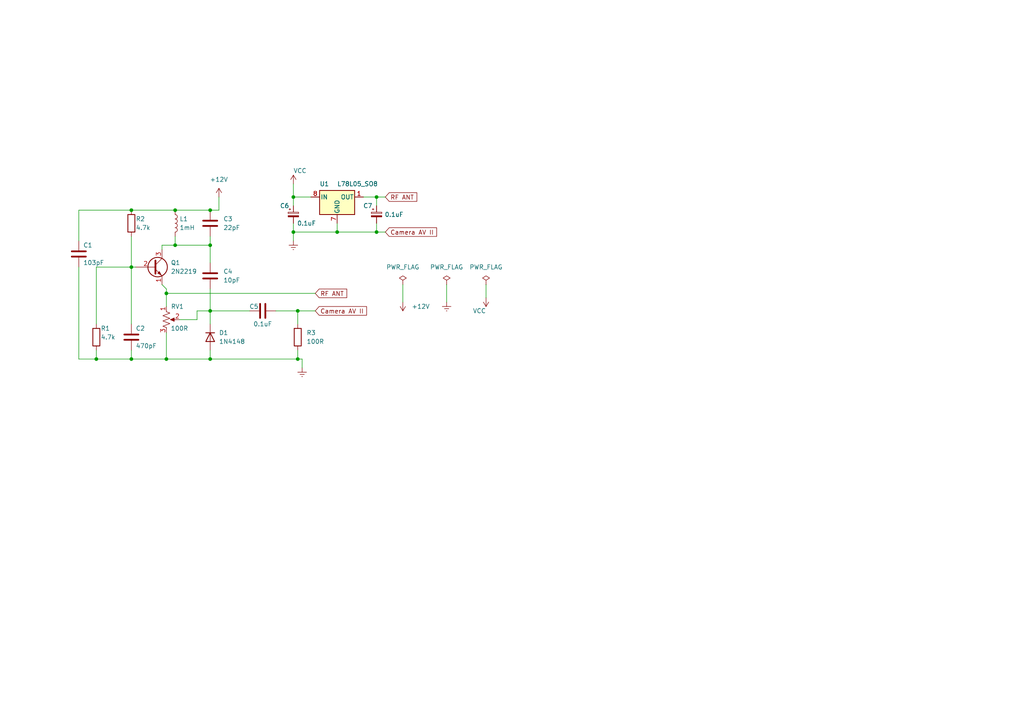
<source format=kicad_sch>
(kicad_sch (version 20211123) (generator eeschema)

  (uuid 3d2d8e4d-e1b3-4b85-9e2d-26cdd31e5282)

  (paper "A4")

  (lib_symbols
    (symbol "Device:C" (pin_numbers hide) (pin_names (offset 0.254)) (in_bom yes) (on_board yes)
      (property "Reference" "C" (id 0) (at 0.635 2.54 0)
        (effects (font (size 1.27 1.27)) (justify left))
      )
      (property "Value" "C" (id 1) (at 0.635 -2.54 0)
        (effects (font (size 1.27 1.27)) (justify left))
      )
      (property "Footprint" "" (id 2) (at 0.9652 -3.81 0)
        (effects (font (size 1.27 1.27)) hide)
      )
      (property "Datasheet" "~" (id 3) (at 0 0 0)
        (effects (font (size 1.27 1.27)) hide)
      )
      (property "ki_keywords" "cap capacitor" (id 4) (at 0 0 0)
        (effects (font (size 1.27 1.27)) hide)
      )
      (property "ki_description" "Unpolarized capacitor" (id 5) (at 0 0 0)
        (effects (font (size 1.27 1.27)) hide)
      )
      (property "ki_fp_filters" "C_*" (id 6) (at 0 0 0)
        (effects (font (size 1.27 1.27)) hide)
      )
      (symbol "C_0_1"
        (polyline
          (pts
            (xy -2.032 -0.762)
            (xy 2.032 -0.762)
          )
          (stroke (width 0.508) (type default) (color 0 0 0 0))
          (fill (type none))
        )
        (polyline
          (pts
            (xy -2.032 0.762)
            (xy 2.032 0.762)
          )
          (stroke (width 0.508) (type default) (color 0 0 0 0))
          (fill (type none))
        )
      )
      (symbol "C_1_1"
        (pin passive line (at 0 3.81 270) (length 2.794)
          (name "~" (effects (font (size 1.27 1.27))))
          (number "1" (effects (font (size 1.27 1.27))))
        )
        (pin passive line (at 0 -3.81 90) (length 2.794)
          (name "~" (effects (font (size 1.27 1.27))))
          (number "2" (effects (font (size 1.27 1.27))))
        )
      )
    )
    (symbol "Device:C_Polarized_Small" (pin_numbers hide) (pin_names (offset 0.254) hide) (in_bom yes) (on_board yes)
      (property "Reference" "C" (id 0) (at 0.254 1.778 0)
        (effects (font (size 1.27 1.27)) (justify left))
      )
      (property "Value" "C_Polarized_Small" (id 1) (at 0.254 -2.032 0)
        (effects (font (size 1.27 1.27)) (justify left))
      )
      (property "Footprint" "" (id 2) (at 0 0 0)
        (effects (font (size 1.27 1.27)) hide)
      )
      (property "Datasheet" "~" (id 3) (at 0 0 0)
        (effects (font (size 1.27 1.27)) hide)
      )
      (property "ki_keywords" "cap capacitor" (id 4) (at 0 0 0)
        (effects (font (size 1.27 1.27)) hide)
      )
      (property "ki_description" "Polarized capacitor, small symbol" (id 5) (at 0 0 0)
        (effects (font (size 1.27 1.27)) hide)
      )
      (property "ki_fp_filters" "CP_*" (id 6) (at 0 0 0)
        (effects (font (size 1.27 1.27)) hide)
      )
      (symbol "C_Polarized_Small_0_1"
        (rectangle (start -1.524 -0.3048) (end 1.524 -0.6858)
          (stroke (width 0) (type default) (color 0 0 0 0))
          (fill (type outline))
        )
        (rectangle (start -1.524 0.6858) (end 1.524 0.3048)
          (stroke (width 0) (type default) (color 0 0 0 0))
          (fill (type none))
        )
        (polyline
          (pts
            (xy -1.27 1.524)
            (xy -0.762 1.524)
          )
          (stroke (width 0) (type default) (color 0 0 0 0))
          (fill (type none))
        )
        (polyline
          (pts
            (xy -1.016 1.27)
            (xy -1.016 1.778)
          )
          (stroke (width 0) (type default) (color 0 0 0 0))
          (fill (type none))
        )
      )
      (symbol "C_Polarized_Small_1_1"
        (pin passive line (at 0 2.54 270) (length 1.8542)
          (name "~" (effects (font (size 1.27 1.27))))
          (number "1" (effects (font (size 1.27 1.27))))
        )
        (pin passive line (at 0 -2.54 90) (length 1.8542)
          (name "~" (effects (font (size 1.27 1.27))))
          (number "2" (effects (font (size 1.27 1.27))))
        )
      )
    )
    (symbol "Device:L" (pin_numbers hide) (pin_names (offset 1.016) hide) (in_bom yes) (on_board yes)
      (property "Reference" "L" (id 0) (at -1.27 0 90)
        (effects (font (size 1.27 1.27)))
      )
      (property "Value" "L" (id 1) (at 1.905 0 90)
        (effects (font (size 1.27 1.27)))
      )
      (property "Footprint" "" (id 2) (at 0 0 0)
        (effects (font (size 1.27 1.27)) hide)
      )
      (property "Datasheet" "~" (id 3) (at 0 0 0)
        (effects (font (size 1.27 1.27)) hide)
      )
      (property "ki_keywords" "inductor choke coil reactor magnetic" (id 4) (at 0 0 0)
        (effects (font (size 1.27 1.27)) hide)
      )
      (property "ki_description" "Inductor" (id 5) (at 0 0 0)
        (effects (font (size 1.27 1.27)) hide)
      )
      (property "ki_fp_filters" "Choke_* *Coil* Inductor_* L_*" (id 6) (at 0 0 0)
        (effects (font (size 1.27 1.27)) hide)
      )
      (symbol "L_0_1"
        (arc (start 0 -2.54) (mid 0.635 -1.905) (end 0 -1.27)
          (stroke (width 0) (type default) (color 0 0 0 0))
          (fill (type none))
        )
        (arc (start 0 -1.27) (mid 0.635 -0.635) (end 0 0)
          (stroke (width 0) (type default) (color 0 0 0 0))
          (fill (type none))
        )
        (arc (start 0 0) (mid 0.635 0.635) (end 0 1.27)
          (stroke (width 0) (type default) (color 0 0 0 0))
          (fill (type none))
        )
        (arc (start 0 1.27) (mid 0.635 1.905) (end 0 2.54)
          (stroke (width 0) (type default) (color 0 0 0 0))
          (fill (type none))
        )
      )
      (symbol "L_1_1"
        (pin passive line (at 0 3.81 270) (length 1.27)
          (name "1" (effects (font (size 1.27 1.27))))
          (number "1" (effects (font (size 1.27 1.27))))
        )
        (pin passive line (at 0 -3.81 90) (length 1.27)
          (name "2" (effects (font (size 1.27 1.27))))
          (number "2" (effects (font (size 1.27 1.27))))
        )
      )
    )
    (symbol "Device:R" (pin_numbers hide) (pin_names (offset 0)) (in_bom yes) (on_board yes)
      (property "Reference" "R" (id 0) (at 2.032 0 90)
        (effects (font (size 1.27 1.27)))
      )
      (property "Value" "R" (id 1) (at 0 0 90)
        (effects (font (size 1.27 1.27)))
      )
      (property "Footprint" "" (id 2) (at -1.778 0 90)
        (effects (font (size 1.27 1.27)) hide)
      )
      (property "Datasheet" "~" (id 3) (at 0 0 0)
        (effects (font (size 1.27 1.27)) hide)
      )
      (property "ki_keywords" "R res resistor" (id 4) (at 0 0 0)
        (effects (font (size 1.27 1.27)) hide)
      )
      (property "ki_description" "Resistor" (id 5) (at 0 0 0)
        (effects (font (size 1.27 1.27)) hide)
      )
      (property "ki_fp_filters" "R_*" (id 6) (at 0 0 0)
        (effects (font (size 1.27 1.27)) hide)
      )
      (symbol "R_0_1"
        (rectangle (start -1.016 -2.54) (end 1.016 2.54)
          (stroke (width 0.254) (type default) (color 0 0 0 0))
          (fill (type none))
        )
      )
      (symbol "R_1_1"
        (pin passive line (at 0 3.81 270) (length 1.27)
          (name "~" (effects (font (size 1.27 1.27))))
          (number "1" (effects (font (size 1.27 1.27))))
        )
        (pin passive line (at 0 -3.81 90) (length 1.27)
          (name "~" (effects (font (size 1.27 1.27))))
          (number "2" (effects (font (size 1.27 1.27))))
        )
      )
    )
    (symbol "Device:R_Potentiometer_US" (pin_names (offset 1.016) hide) (in_bom yes) (on_board yes)
      (property "Reference" "RV" (id 0) (at -4.445 0 90)
        (effects (font (size 1.27 1.27)))
      )
      (property "Value" "R_Potentiometer_US" (id 1) (at -2.54 0 90)
        (effects (font (size 1.27 1.27)))
      )
      (property "Footprint" "" (id 2) (at 0 0 0)
        (effects (font (size 1.27 1.27)) hide)
      )
      (property "Datasheet" "~" (id 3) (at 0 0 0)
        (effects (font (size 1.27 1.27)) hide)
      )
      (property "ki_keywords" "resistor variable" (id 4) (at 0 0 0)
        (effects (font (size 1.27 1.27)) hide)
      )
      (property "ki_description" "Potentiometer, US symbol" (id 5) (at 0 0 0)
        (effects (font (size 1.27 1.27)) hide)
      )
      (property "ki_fp_filters" "Potentiometer*" (id 6) (at 0 0 0)
        (effects (font (size 1.27 1.27)) hide)
      )
      (symbol "R_Potentiometer_US_0_1"
        (polyline
          (pts
            (xy 0 -2.286)
            (xy 0 -2.54)
          )
          (stroke (width 0) (type default) (color 0 0 0 0))
          (fill (type none))
        )
        (polyline
          (pts
            (xy 0 2.54)
            (xy 0 2.286)
          )
          (stroke (width 0) (type default) (color 0 0 0 0))
          (fill (type none))
        )
        (polyline
          (pts
            (xy 2.54 0)
            (xy 1.524 0)
          )
          (stroke (width 0) (type default) (color 0 0 0 0))
          (fill (type none))
        )
        (polyline
          (pts
            (xy 1.143 0)
            (xy 2.286 0.508)
            (xy 2.286 -0.508)
            (xy 1.143 0)
          )
          (stroke (width 0) (type default) (color 0 0 0 0))
          (fill (type outline))
        )
        (polyline
          (pts
            (xy 0 -0.762)
            (xy 1.016 -1.143)
            (xy 0 -1.524)
            (xy -1.016 -1.905)
            (xy 0 -2.286)
          )
          (stroke (width 0) (type default) (color 0 0 0 0))
          (fill (type none))
        )
        (polyline
          (pts
            (xy 0 0.762)
            (xy 1.016 0.381)
            (xy 0 0)
            (xy -1.016 -0.381)
            (xy 0 -0.762)
          )
          (stroke (width 0) (type default) (color 0 0 0 0))
          (fill (type none))
        )
        (polyline
          (pts
            (xy 0 2.286)
            (xy 1.016 1.905)
            (xy 0 1.524)
            (xy -1.016 1.143)
            (xy 0 0.762)
          )
          (stroke (width 0) (type default) (color 0 0 0 0))
          (fill (type none))
        )
      )
      (symbol "R_Potentiometer_US_1_1"
        (pin passive line (at 0 3.81 270) (length 1.27)
          (name "1" (effects (font (size 1.27 1.27))))
          (number "1" (effects (font (size 1.27 1.27))))
        )
        (pin passive line (at 3.81 0 180) (length 1.27)
          (name "2" (effects (font (size 1.27 1.27))))
          (number "2" (effects (font (size 1.27 1.27))))
        )
        (pin passive line (at 0 -3.81 90) (length 1.27)
          (name "3" (effects (font (size 1.27 1.27))))
          (number "3" (effects (font (size 1.27 1.27))))
        )
      )
    )
    (symbol "Diode:1N4148" (pin_numbers hide) (pin_names (offset 1.016) hide) (in_bom yes) (on_board yes)
      (property "Reference" "D" (id 0) (at 0 2.54 0)
        (effects (font (size 1.27 1.27)))
      )
      (property "Value" "1N4148" (id 1) (at 0 -2.54 0)
        (effects (font (size 1.27 1.27)))
      )
      (property "Footprint" "Diode_THT:D_DO-35_SOD27_P7.62mm_Horizontal" (id 2) (at 0 -4.445 0)
        (effects (font (size 1.27 1.27)) hide)
      )
      (property "Datasheet" "https://assets.nexperia.com/documents/data-sheet/1N4148_1N4448.pdf" (id 3) (at 0 0 0)
        (effects (font (size 1.27 1.27)) hide)
      )
      (property "ki_keywords" "diode" (id 4) (at 0 0 0)
        (effects (font (size 1.27 1.27)) hide)
      )
      (property "ki_description" "100V 0.15A standard switching diode, DO-35" (id 5) (at 0 0 0)
        (effects (font (size 1.27 1.27)) hide)
      )
      (property "ki_fp_filters" "D*DO?35*" (id 6) (at 0 0 0)
        (effects (font (size 1.27 1.27)) hide)
      )
      (symbol "1N4148_0_1"
        (polyline
          (pts
            (xy -1.27 1.27)
            (xy -1.27 -1.27)
          )
          (stroke (width 0.254) (type default) (color 0 0 0 0))
          (fill (type none))
        )
        (polyline
          (pts
            (xy 1.27 0)
            (xy -1.27 0)
          )
          (stroke (width 0) (type default) (color 0 0 0 0))
          (fill (type none))
        )
        (polyline
          (pts
            (xy 1.27 1.27)
            (xy 1.27 -1.27)
            (xy -1.27 0)
            (xy 1.27 1.27)
          )
          (stroke (width 0.254) (type default) (color 0 0 0 0))
          (fill (type none))
        )
      )
      (symbol "1N4148_1_1"
        (pin passive line (at -3.81 0 0) (length 2.54)
          (name "K" (effects (font (size 1.27 1.27))))
          (number "1" (effects (font (size 1.27 1.27))))
        )
        (pin passive line (at 3.81 0 180) (length 2.54)
          (name "A" (effects (font (size 1.27 1.27))))
          (number "2" (effects (font (size 1.27 1.27))))
        )
      )
    )
    (symbol "Regulator_Linear:L78L05_SO8" (pin_names (offset 0.254)) (in_bom yes) (on_board yes)
      (property "Reference" "U" (id 0) (at -3.81 3.175 0)
        (effects (font (size 1.27 1.27)))
      )
      (property "Value" "L78L05_SO8" (id 1) (at 0 3.175 0)
        (effects (font (size 1.27 1.27)) (justify left))
      )
      (property "Footprint" "Package_SO:SOIC-8_3.9x4.9mm_P1.27mm" (id 2) (at 2.54 5.08 0)
        (effects (font (size 1.27 1.27) italic) hide)
      )
      (property "Datasheet" "http://www.st.com/content/ccc/resource/technical/document/datasheet/15/55/e5/aa/23/5b/43/fd/CD00000446.pdf/files/CD00000446.pdf/jcr:content/translations/en.CD00000446.pdf" (id 3) (at 5.08 0 0)
        (effects (font (size 1.27 1.27)) hide)
      )
      (property "ki_keywords" "Voltage Regulator 100mA Positive" (id 4) (at 0 0 0)
        (effects (font (size 1.27 1.27)) hide)
      )
      (property "ki_description" "Positive 100mA 30V Linear Regulator, Fixed Output 5V, SO-8" (id 5) (at 0 0 0)
        (effects (font (size 1.27 1.27)) hide)
      )
      (property "ki_fp_filters" "SOIC*3.9x4.9mm*P1.27mm*" (id 6) (at 0 0 0)
        (effects (font (size 1.27 1.27)) hide)
      )
      (symbol "L78L05_SO8_0_1"
        (rectangle (start -5.08 1.905) (end 5.08 -5.08)
          (stroke (width 0.254) (type default) (color 0 0 0 0))
          (fill (type background))
        )
      )
      (symbol "L78L05_SO8_1_1"
        (pin power_out line (at 7.62 0 180) (length 2.54)
          (name "OUT" (effects (font (size 1.27 1.27))))
          (number "1" (effects (font (size 1.27 1.27))))
        )
        (pin passive line (at 0 -7.62 90) (length 2.54) hide
          (name "GND" (effects (font (size 1.27 1.27))))
          (number "2" (effects (font (size 1.27 1.27))))
        )
        (pin passive line (at 0 -7.62 90) (length 2.54) hide
          (name "GND" (effects (font (size 1.27 1.27))))
          (number "3" (effects (font (size 1.27 1.27))))
        )
        (pin no_connect line (at -5.08 -2.54 0) (length 2.54) hide
          (name "NC" (effects (font (size 1.27 1.27))))
          (number "4" (effects (font (size 1.27 1.27))))
        )
        (pin no_connect line (at 5.08 -2.54 180) (length 2.54) hide
          (name "NC" (effects (font (size 1.27 1.27))))
          (number "5" (effects (font (size 1.27 1.27))))
        )
        (pin passive line (at 0 -7.62 90) (length 2.54) hide
          (name "GND" (effects (font (size 1.27 1.27))))
          (number "6" (effects (font (size 1.27 1.27))))
        )
        (pin power_in line (at 0 -7.62 90) (length 2.54)
          (name "GND" (effects (font (size 1.27 1.27))))
          (number "7" (effects (font (size 1.27 1.27))))
        )
        (pin power_in line (at -7.62 0 0) (length 2.54)
          (name "IN" (effects (font (size 1.27 1.27))))
          (number "8" (effects (font (size 1.27 1.27))))
        )
      )
    )
    (symbol "Transistor_BJT:2N2219" (pin_names (offset 0) hide) (in_bom yes) (on_board yes)
      (property "Reference" "Q" (id 0) (at 5.08 1.905 0)
        (effects (font (size 1.27 1.27)) (justify left))
      )
      (property "Value" "2N2219" (id 1) (at 5.08 0 0)
        (effects (font (size 1.27 1.27)) (justify left))
      )
      (property "Footprint" "Package_TO_SOT_THT:TO-39-3" (id 2) (at 5.08 -1.905 0)
        (effects (font (size 1.27 1.27) italic) (justify left) hide)
      )
      (property "Datasheet" "http://www.onsemi.com/pub_link/Collateral/2N2219-D.PDF" (id 3) (at 0 0 0)
        (effects (font (size 1.27 1.27)) (justify left) hide)
      )
      (property "ki_keywords" "NPN Transistor" (id 4) (at 0 0 0)
        (effects (font (size 1.27 1.27)) hide)
      )
      (property "ki_description" "800mA Ic, 50V Vce, NPN Transistor, TO-39" (id 5) (at 0 0 0)
        (effects (font (size 1.27 1.27)) hide)
      )
      (property "ki_fp_filters" "TO?39*" (id 6) (at 0 0 0)
        (effects (font (size 1.27 1.27)) hide)
      )
      (symbol "2N2219_0_1"
        (polyline
          (pts
            (xy 0.635 0.635)
            (xy 2.54 2.54)
          )
          (stroke (width 0) (type default) (color 0 0 0 0))
          (fill (type none))
        )
        (polyline
          (pts
            (xy 0.635 -0.635)
            (xy 2.54 -2.54)
            (xy 2.54 -2.54)
          )
          (stroke (width 0) (type default) (color 0 0 0 0))
          (fill (type none))
        )
        (polyline
          (pts
            (xy 0.635 1.905)
            (xy 0.635 -1.905)
            (xy 0.635 -1.905)
          )
          (stroke (width 0.508) (type default) (color 0 0 0 0))
          (fill (type none))
        )
        (polyline
          (pts
            (xy 1.27 -1.778)
            (xy 1.778 -1.27)
            (xy 2.286 -2.286)
            (xy 1.27 -1.778)
            (xy 1.27 -1.778)
          )
          (stroke (width 0) (type default) (color 0 0 0 0))
          (fill (type outline))
        )
        (circle (center 1.27 0) (radius 2.8194)
          (stroke (width 0.254) (type default) (color 0 0 0 0))
          (fill (type none))
        )
      )
      (symbol "2N2219_1_1"
        (pin passive line (at 2.54 -5.08 90) (length 2.54)
          (name "E" (effects (font (size 1.27 1.27))))
          (number "1" (effects (font (size 1.27 1.27))))
        )
        (pin passive line (at -5.08 0 0) (length 5.715)
          (name "B" (effects (font (size 1.27 1.27))))
          (number "2" (effects (font (size 1.27 1.27))))
        )
        (pin passive line (at 2.54 5.08 270) (length 2.54)
          (name "C" (effects (font (size 1.27 1.27))))
          (number "3" (effects (font (size 1.27 1.27))))
        )
      )
    )
    (symbol "power:+12V" (power) (pin_names (offset 0)) (in_bom yes) (on_board yes)
      (property "Reference" "#PWR" (id 0) (at 0 -3.81 0)
        (effects (font (size 1.27 1.27)) hide)
      )
      (property "Value" "+12V" (id 1) (at 0 3.556 0)
        (effects (font (size 1.27 1.27)))
      )
      (property "Footprint" "" (id 2) (at 0 0 0)
        (effects (font (size 1.27 1.27)) hide)
      )
      (property "Datasheet" "" (id 3) (at 0 0 0)
        (effects (font (size 1.27 1.27)) hide)
      )
      (property "ki_keywords" "power-flag" (id 4) (at 0 0 0)
        (effects (font (size 1.27 1.27)) hide)
      )
      (property "ki_description" "Power symbol creates a global label with name \"+12V\"" (id 5) (at 0 0 0)
        (effects (font (size 1.27 1.27)) hide)
      )
      (symbol "+12V_0_1"
        (polyline
          (pts
            (xy -0.762 1.27)
            (xy 0 2.54)
          )
          (stroke (width 0) (type default) (color 0 0 0 0))
          (fill (type none))
        )
        (polyline
          (pts
            (xy 0 0)
            (xy 0 2.54)
          )
          (stroke (width 0) (type default) (color 0 0 0 0))
          (fill (type none))
        )
        (polyline
          (pts
            (xy 0 2.54)
            (xy 0.762 1.27)
          )
          (stroke (width 0) (type default) (color 0 0 0 0))
          (fill (type none))
        )
      )
      (symbol "+12V_1_1"
        (pin power_in line (at 0 0 90) (length 0) hide
          (name "+12V" (effects (font (size 1.27 1.27))))
          (number "1" (effects (font (size 1.27 1.27))))
        )
      )
    )
    (symbol "power:Earth" (power) (pin_names (offset 0)) (in_bom yes) (on_board yes)
      (property "Reference" "#PWR" (id 0) (at 0 -6.35 0)
        (effects (font (size 1.27 1.27)) hide)
      )
      (property "Value" "Earth" (id 1) (at 0 -3.81 0)
        (effects (font (size 1.27 1.27)) hide)
      )
      (property "Footprint" "" (id 2) (at 0 0 0)
        (effects (font (size 1.27 1.27)) hide)
      )
      (property "Datasheet" "~" (id 3) (at 0 0 0)
        (effects (font (size 1.27 1.27)) hide)
      )
      (property "ki_keywords" "power-flag ground gnd" (id 4) (at 0 0 0)
        (effects (font (size 1.27 1.27)) hide)
      )
      (property "ki_description" "Power symbol creates a global label with name \"Earth\"" (id 5) (at 0 0 0)
        (effects (font (size 1.27 1.27)) hide)
      )
      (symbol "Earth_0_1"
        (polyline
          (pts
            (xy -0.635 -1.905)
            (xy 0.635 -1.905)
          )
          (stroke (width 0) (type default) (color 0 0 0 0))
          (fill (type none))
        )
        (polyline
          (pts
            (xy -0.127 -2.54)
            (xy 0.127 -2.54)
          )
          (stroke (width 0) (type default) (color 0 0 0 0))
          (fill (type none))
        )
        (polyline
          (pts
            (xy 0 -1.27)
            (xy 0 0)
          )
          (stroke (width 0) (type default) (color 0 0 0 0))
          (fill (type none))
        )
        (polyline
          (pts
            (xy 1.27 -1.27)
            (xy -1.27 -1.27)
          )
          (stroke (width 0) (type default) (color 0 0 0 0))
          (fill (type none))
        )
      )
      (symbol "Earth_1_1"
        (pin power_in line (at 0 0 270) (length 0) hide
          (name "Earth" (effects (font (size 1.27 1.27))))
          (number "1" (effects (font (size 1.27 1.27))))
        )
      )
    )
    (symbol "power:PWR_FLAG" (power) (pin_numbers hide) (pin_names (offset 0) hide) (in_bom yes) (on_board yes)
      (property "Reference" "#FLG" (id 0) (at 0 1.905 0)
        (effects (font (size 1.27 1.27)) hide)
      )
      (property "Value" "PWR_FLAG" (id 1) (at 0 3.81 0)
        (effects (font (size 1.27 1.27)))
      )
      (property "Footprint" "" (id 2) (at 0 0 0)
        (effects (font (size 1.27 1.27)) hide)
      )
      (property "Datasheet" "~" (id 3) (at 0 0 0)
        (effects (font (size 1.27 1.27)) hide)
      )
      (property "ki_keywords" "power-flag" (id 4) (at 0 0 0)
        (effects (font (size 1.27 1.27)) hide)
      )
      (property "ki_description" "Special symbol for telling ERC where power comes from" (id 5) (at 0 0 0)
        (effects (font (size 1.27 1.27)) hide)
      )
      (symbol "PWR_FLAG_0_0"
        (pin power_out line (at 0 0 90) (length 0)
          (name "pwr" (effects (font (size 1.27 1.27))))
          (number "1" (effects (font (size 1.27 1.27))))
        )
      )
      (symbol "PWR_FLAG_0_1"
        (polyline
          (pts
            (xy 0 0)
            (xy 0 1.27)
            (xy -1.016 1.905)
            (xy 0 2.54)
            (xy 1.016 1.905)
            (xy 0 1.27)
          )
          (stroke (width 0) (type default) (color 0 0 0 0))
          (fill (type none))
        )
      )
    )
    (symbol "power:VCC" (power) (pin_names (offset 0)) (in_bom yes) (on_board yes)
      (property "Reference" "#PWR" (id 0) (at 0 -3.81 0)
        (effects (font (size 1.27 1.27)) hide)
      )
      (property "Value" "VCC" (id 1) (at 0 3.81 0)
        (effects (font (size 1.27 1.27)))
      )
      (property "Footprint" "" (id 2) (at 0 0 0)
        (effects (font (size 1.27 1.27)) hide)
      )
      (property "Datasheet" "" (id 3) (at 0 0 0)
        (effects (font (size 1.27 1.27)) hide)
      )
      (property "ki_keywords" "power-flag" (id 4) (at 0 0 0)
        (effects (font (size 1.27 1.27)) hide)
      )
      (property "ki_description" "Power symbol creates a global label with name \"VCC\"" (id 5) (at 0 0 0)
        (effects (font (size 1.27 1.27)) hide)
      )
      (symbol "VCC_0_1"
        (polyline
          (pts
            (xy -0.762 1.27)
            (xy 0 2.54)
          )
          (stroke (width 0) (type default) (color 0 0 0 0))
          (fill (type none))
        )
        (polyline
          (pts
            (xy 0 0)
            (xy 0 2.54)
          )
          (stroke (width 0) (type default) (color 0 0 0 0))
          (fill (type none))
        )
        (polyline
          (pts
            (xy 0 2.54)
            (xy 0.762 1.27)
          )
          (stroke (width 0) (type default) (color 0 0 0 0))
          (fill (type none))
        )
      )
      (symbol "VCC_1_1"
        (pin power_in line (at 0 0 90) (length 0) hide
          (name "VCC" (effects (font (size 1.27 1.27))))
          (number "1" (effects (font (size 1.27 1.27))))
        )
      )
    )
  )

  (junction (at 50.8 71.12) (diameter 0) (color 0 0 0 0)
    (uuid 0564dd0e-1f6c-45df-946b-4e6155af0459)
  )
  (junction (at 97.79 67.31) (diameter 0) (color 0 0 0 0)
    (uuid 142b2656-3a57-41de-8bb4-e67ee71eaa67)
  )
  (junction (at 60.96 71.12) (diameter 0) (color 0 0 0 0)
    (uuid 1a477616-a7fe-4730-9783-a86ca83362c4)
  )
  (junction (at 60.96 60.96) (diameter 0) (color 0 0 0 0)
    (uuid 21505104-0545-4380-b734-c067ad16f72e)
  )
  (junction (at 48.26 85.09) (diameter 0) (color 0 0 0 0)
    (uuid 2478a323-f8ff-4cda-b67e-be5ab501afe4)
  )
  (junction (at 60.96 104.14) (diameter 0) (color 0 0 0 0)
    (uuid 2fbc1aef-6cb4-46a4-8952-6d43b7ef0eca)
  )
  (junction (at 86.36 104.14) (diameter 0) (color 0 0 0 0)
    (uuid 318d635e-d45a-44ff-a6ce-868d009df1a6)
  )
  (junction (at 38.1 60.96) (diameter 0) (color 0 0 0 0)
    (uuid 33b477df-1b30-4b5d-ad0f-1c13ef1c9c7b)
  )
  (junction (at 27.94 104.14) (diameter 0) (color 0 0 0 0)
    (uuid 392b3561-6df8-4ad1-8e61-94f610ee9732)
  )
  (junction (at 50.8 60.96) (diameter 0) (color 0 0 0 0)
    (uuid 400a10cf-b526-4629-8606-7254826ca6a9)
  )
  (junction (at 86.36 90.17) (diameter 0) (color 0 0 0 0)
    (uuid 8f5d4e11-7e41-4877-9738-6eadedfb302f)
  )
  (junction (at 48.26 104.14) (diameter 0) (color 0 0 0 0)
    (uuid 8f7d8d9c-5f12-43b5-b6a0-ac7745c4c1c6)
  )
  (junction (at 38.1 77.47) (diameter 0) (color 0 0 0 0)
    (uuid a54d3843-e52a-4c79-b359-07c655d82859)
  )
  (junction (at 38.1 104.14) (diameter 0) (color 0 0 0 0)
    (uuid b5b7b11f-7a87-4dd0-9837-fd89608e537a)
  )
  (junction (at 85.09 57.15) (diameter 0) (color 0 0 0 0)
    (uuid babfa5d4-9089-4d5b-a4d0-c1a293eb9d33)
  )
  (junction (at 85.09 67.31) (diameter 0) (color 0 0 0 0)
    (uuid c832055a-a6bc-4528-b144-5ed8d898eb44)
  )
  (junction (at 60.96 90.17) (diameter 0) (color 0 0 0 0)
    (uuid dff1c617-ba60-47a0-a274-0c5f1e0ce246)
  )
  (junction (at 109.22 67.31) (diameter 0) (color 0 0 0 0)
    (uuid e9bb7cb0-046d-4f81-b4d7-584972a1730d)
  )
  (junction (at 109.22 57.15) (diameter 0) (color 0 0 0 0)
    (uuid ef71544b-ee7e-4f82-a1a8-53f3147553ea)
  )

  (wire (pts (xy 38.1 77.47) (xy 39.37 77.47))
    (stroke (width 0) (type default) (color 0 0 0 0))
    (uuid 03aad412-5214-4894-9c0c-530aaf2f2941)
  )
  (wire (pts (xy 22.86 104.14) (xy 27.94 104.14))
    (stroke (width 0) (type default) (color 0 0 0 0))
    (uuid 0bdaa5dc-ad05-4df0-81a7-74df3f59e003)
  )
  (wire (pts (xy 87.63 104.14) (xy 86.36 104.14))
    (stroke (width 0) (type default) (color 0 0 0 0))
    (uuid 0e458b5a-eba9-42ce-a12f-1a4e8a3f923e)
  )
  (wire (pts (xy 50.8 71.12) (xy 46.99 71.12))
    (stroke (width 0) (type default) (color 0 0 0 0))
    (uuid 0e5b9c86-3889-4dc8-b769-66fb3268d0dc)
  )
  (wire (pts (xy 50.8 60.96) (xy 60.96 60.96))
    (stroke (width 0) (type default) (color 0 0 0 0))
    (uuid 100d743b-18c4-4300-8bcb-fa3d69ae9265)
  )
  (wire (pts (xy 48.26 83.82) (xy 48.26 85.09))
    (stroke (width 0) (type default) (color 0 0 0 0))
    (uuid 14118986-b4b7-4cdf-9eab-33be21eb53c1)
  )
  (wire (pts (xy 57.15 92.71) (xy 57.15 90.17))
    (stroke (width 0) (type default) (color 0 0 0 0))
    (uuid 17356001-1e97-4762-bdd9-94c2e73d9786)
  )
  (wire (pts (xy 87.63 106.68) (xy 87.63 104.14))
    (stroke (width 0) (type default) (color 0 0 0 0))
    (uuid 214f3504-39c6-48d2-84d7-5f2cdfc66e51)
  )
  (wire (pts (xy 85.09 67.31) (xy 85.09 64.77))
    (stroke (width 0) (type default) (color 0 0 0 0))
    (uuid 2624f877-8d83-4e92-a176-f763ff29d53b)
  )
  (wire (pts (xy 50.8 71.12) (xy 50.8 68.58))
    (stroke (width 0) (type default) (color 0 0 0 0))
    (uuid 2a7d122c-e572-4783-b09b-790ad6890a52)
  )
  (wire (pts (xy 63.5 57.15) (xy 63.5 60.96))
    (stroke (width 0) (type default) (color 0 0 0 0))
    (uuid 2fbc1952-cd29-4391-bcc5-0fe449dca47d)
  )
  (wire (pts (xy 85.09 57.15) (xy 85.09 53.34))
    (stroke (width 0) (type default) (color 0 0 0 0))
    (uuid 3456bc8c-da76-4766-ad96-7074b4f3e4cc)
  )
  (wire (pts (xy 90.17 57.15) (xy 85.09 57.15))
    (stroke (width 0) (type default) (color 0 0 0 0))
    (uuid 38ee2930-5461-48de-b1a8-c7c655e87d46)
  )
  (wire (pts (xy 60.96 71.12) (xy 60.96 76.2))
    (stroke (width 0) (type default) (color 0 0 0 0))
    (uuid 3b0eea70-099d-4590-9a44-d1027b650e50)
  )
  (wire (pts (xy 48.26 85.09) (xy 91.44 85.09))
    (stroke (width 0) (type default) (color 0 0 0 0))
    (uuid 456094eb-f707-4f36-9737-dca21f5c89a4)
  )
  (wire (pts (xy 85.09 59.69) (xy 85.09 57.15))
    (stroke (width 0) (type default) (color 0 0 0 0))
    (uuid 495e9b3e-c27d-4cf2-ab99-5cf3946bcbb4)
  )
  (wire (pts (xy 60.96 68.58) (xy 60.96 71.12))
    (stroke (width 0) (type default) (color 0 0 0 0))
    (uuid 4b244ea4-fb83-49d9-996a-790a2a29ad4f)
  )
  (wire (pts (xy 27.94 104.14) (xy 38.1 104.14))
    (stroke (width 0) (type default) (color 0 0 0 0))
    (uuid 4ea41f76-e3b8-4631-949a-ffca8896e70a)
  )
  (wire (pts (xy 22.86 77.47) (xy 22.86 104.14))
    (stroke (width 0) (type default) (color 0 0 0 0))
    (uuid 53bb1b09-fe84-4e94-aaeb-f2322fab2e03)
  )
  (wire (pts (xy 60.96 90.17) (xy 72.39 90.17))
    (stroke (width 0) (type default) (color 0 0 0 0))
    (uuid 5c4bfeb1-8959-4698-aeaf-f8c650e236b0)
  )
  (wire (pts (xy 60.96 83.82) (xy 60.96 90.17))
    (stroke (width 0) (type default) (color 0 0 0 0))
    (uuid 5e5e7333-92b1-4798-98f2-b82301400132)
  )
  (wire (pts (xy 27.94 101.6) (xy 27.94 104.14))
    (stroke (width 0) (type default) (color 0 0 0 0))
    (uuid 62d3ea51-6092-40e5-b28a-389243e405dd)
  )
  (wire (pts (xy 140.97 82.55) (xy 140.97 86.36))
    (stroke (width 0) (type default) (color 0 0 0 0))
    (uuid 62d73b4f-69de-4fe5-baf4-70ef4471a2e7)
  )
  (wire (pts (xy 109.22 67.31) (xy 111.76 67.31))
    (stroke (width 0) (type default) (color 0 0 0 0))
    (uuid 6440f1b2-390f-443a-979a-dd8c5e906c7c)
  )
  (wire (pts (xy 48.26 104.14) (xy 60.96 104.14))
    (stroke (width 0) (type default) (color 0 0 0 0))
    (uuid 65f06fa6-d6b3-4b50-a0e9-7df89fcc0d14)
  )
  (wire (pts (xy 38.1 93.98) (xy 38.1 77.47))
    (stroke (width 0) (type default) (color 0 0 0 0))
    (uuid 66624b1f-8b2c-4236-bec7-7533836361f1)
  )
  (wire (pts (xy 46.99 71.12) (xy 46.99 72.39))
    (stroke (width 0) (type default) (color 0 0 0 0))
    (uuid 67f00ff0-bcfb-4076-bbe2-97d9e5ec4301)
  )
  (wire (pts (xy 85.09 69.85) (xy 85.09 67.31))
    (stroke (width 0) (type default) (color 0 0 0 0))
    (uuid 68a2aced-91bc-4060-a0f9-523c3fd9da0e)
  )
  (wire (pts (xy 86.36 90.17) (xy 91.44 90.17))
    (stroke (width 0) (type default) (color 0 0 0 0))
    (uuid 6f14a2ec-99e4-4dc9-b148-8dc1f842c3b6)
  )
  (wire (pts (xy 27.94 77.47) (xy 38.1 77.47))
    (stroke (width 0) (type default) (color 0 0 0 0))
    (uuid 7612c17d-fd1c-42bd-9fdf-006f320711fa)
  )
  (wire (pts (xy 48.26 83.82) (xy 46.99 82.55))
    (stroke (width 0) (type default) (color 0 0 0 0))
    (uuid 7a7d885d-c3b1-4b71-8a2c-20bb5cfc0016)
  )
  (wire (pts (xy 60.96 101.6) (xy 60.96 104.14))
    (stroke (width 0) (type default) (color 0 0 0 0))
    (uuid 81e06671-f3b2-43d9-8439-e996c5cd1c56)
  )
  (wire (pts (xy 86.36 90.17) (xy 86.36 93.98))
    (stroke (width 0) (type default) (color 0 0 0 0))
    (uuid 82e9daee-2925-4dea-b2e9-51d68ed2ca15)
  )
  (wire (pts (xy 50.8 71.12) (xy 60.96 71.12))
    (stroke (width 0) (type default) (color 0 0 0 0))
    (uuid 86e0b7f0-6f78-4d1a-acfe-c15b6f694a91)
  )
  (wire (pts (xy 109.22 64.77) (xy 109.22 67.31))
    (stroke (width 0) (type default) (color 0 0 0 0))
    (uuid 8fdfb824-7a74-4b80-8be9-00ce4b81acf4)
  )
  (wire (pts (xy 22.86 60.96) (xy 38.1 60.96))
    (stroke (width 0) (type default) (color 0 0 0 0))
    (uuid 90b921bf-d234-4cee-adf7-31eaf2c8461a)
  )
  (wire (pts (xy 48.26 96.52) (xy 48.26 104.14))
    (stroke (width 0) (type default) (color 0 0 0 0))
    (uuid 91776a7e-7612-43fe-90b6-b462a68df22a)
  )
  (wire (pts (xy 22.86 69.85) (xy 22.86 60.96))
    (stroke (width 0) (type default) (color 0 0 0 0))
    (uuid 980100bc-fa0c-4f5c-8e18-8da298701373)
  )
  (wire (pts (xy 80.01 90.17) (xy 86.36 90.17))
    (stroke (width 0) (type default) (color 0 0 0 0))
    (uuid a55d6ee3-ae67-451b-81fa-09a1fe3db1da)
  )
  (wire (pts (xy 97.79 67.31) (xy 97.79 64.77))
    (stroke (width 0) (type default) (color 0 0 0 0))
    (uuid ac612d1a-6259-4e68-9c54-b7006318a144)
  )
  (wire (pts (xy 109.22 57.15) (xy 111.76 57.15))
    (stroke (width 0) (type default) (color 0 0 0 0))
    (uuid ade764f6-3af8-4b8f-a987-4436e9cb8ef7)
  )
  (wire (pts (xy 38.1 104.14) (xy 48.26 104.14))
    (stroke (width 0) (type default) (color 0 0 0 0))
    (uuid b5e1546c-f1e2-4ae8-9f18-0c4048270f96)
  )
  (wire (pts (xy 109.22 59.69) (xy 109.22 57.15))
    (stroke (width 0) (type default) (color 0 0 0 0))
    (uuid bdb3dc63-7101-41d5-b0f8-38050ec3ef07)
  )
  (wire (pts (xy 129.54 82.55) (xy 129.54 87.63))
    (stroke (width 0) (type default) (color 0 0 0 0))
    (uuid c4b33c88-e83c-412b-8e37-a075ccb8633d)
  )
  (wire (pts (xy 38.1 101.6) (xy 38.1 104.14))
    (stroke (width 0) (type default) (color 0 0 0 0))
    (uuid c92273ae-b8e7-4f3a-b9bb-7dac2679f6ff)
  )
  (wire (pts (xy 105.41 57.15) (xy 109.22 57.15))
    (stroke (width 0) (type default) (color 0 0 0 0))
    (uuid ce957d85-fdea-4896-9801-c8f3cb1d1069)
  )
  (wire (pts (xy 48.26 85.09) (xy 48.26 88.9))
    (stroke (width 0) (type default) (color 0 0 0 0))
    (uuid d2572086-95c7-4b54-920a-d33ebfba9f5a)
  )
  (wire (pts (xy 38.1 60.96) (xy 50.8 60.96))
    (stroke (width 0) (type default) (color 0 0 0 0))
    (uuid d4466022-44e3-45f1-af8d-336377889696)
  )
  (wire (pts (xy 97.79 67.31) (xy 109.22 67.31))
    (stroke (width 0) (type default) (color 0 0 0 0))
    (uuid d4a12c16-c185-4127-a56c-d7e1e3fdedd1)
  )
  (wire (pts (xy 52.07 92.71) (xy 57.15 92.71))
    (stroke (width 0) (type default) (color 0 0 0 0))
    (uuid d5cab5af-cc4e-495d-8c84-3b9a420bac2a)
  )
  (wire (pts (xy 27.94 93.98) (xy 27.94 77.47))
    (stroke (width 0) (type default) (color 0 0 0 0))
    (uuid df1c0eef-2a79-43a2-b888-887302fa930f)
  )
  (wire (pts (xy 116.84 82.55) (xy 116.84 87.63))
    (stroke (width 0) (type default) (color 0 0 0 0))
    (uuid edc3ed70-1952-4cb7-88b6-4ef5994fa765)
  )
  (wire (pts (xy 60.96 104.14) (xy 86.36 104.14))
    (stroke (width 0) (type default) (color 0 0 0 0))
    (uuid f44b67e5-4929-4b23-bbf2-c24059b2abb7)
  )
  (wire (pts (xy 38.1 68.58) (xy 38.1 77.47))
    (stroke (width 0) (type default) (color 0 0 0 0))
    (uuid f4e3a017-6907-479e-aef5-687fd45fa12c)
  )
  (wire (pts (xy 86.36 104.14) (xy 86.36 101.6))
    (stroke (width 0) (type default) (color 0 0 0 0))
    (uuid f6244329-8e52-47a4-8778-a2a702c72af2)
  )
  (wire (pts (xy 63.5 60.96) (xy 60.96 60.96))
    (stroke (width 0) (type default) (color 0 0 0 0))
    (uuid f6b2f48a-6d10-4957-8d72-c751de80c222)
  )
  (wire (pts (xy 85.09 67.31) (xy 97.79 67.31))
    (stroke (width 0) (type default) (color 0 0 0 0))
    (uuid fa59d837-1599-4a7c-a8f9-8197f2323f1a)
  )
  (wire (pts (xy 57.15 90.17) (xy 60.96 90.17))
    (stroke (width 0) (type default) (color 0 0 0 0))
    (uuid fc348ed6-c18c-467a-a08c-22ffe655793c)
  )
  (wire (pts (xy 60.96 90.17) (xy 60.96 93.98))
    (stroke (width 0) (type default) (color 0 0 0 0))
    (uuid ff24d560-0c0f-44e4-b66c-36ce00493dbf)
  )

  (global_label "RF ANT" (shape input) (at 111.76 57.15 0) (fields_autoplaced)
    (effects (font (size 1.27 1.27)) (justify left))
    (uuid 103e0b89-9b08-40e3-b426-d1c43780e398)
    (property "Intersheet References" "${INTERSHEET_REFS}" (id 0) (at 120.886 57.0706 0)
      (effects (font (size 1.27 1.27)) (justify left) hide)
    )
  )
  (global_label "Camera AV II" (shape input) (at 91.44 90.17 0) (fields_autoplaced)
    (effects (font (size 1.27 1.27)) (justify left))
    (uuid 2f8bf0d5-05f2-4276-b388-a86e0d076aca)
    (property "Intersheet References" "${INTERSHEET_REFS}" (id 0) (at 106.3112 90.0906 0)
      (effects (font (size 1.27 1.27)) (justify left) hide)
    )
  )
  (global_label "Camera AV II" (shape input) (at 111.76 67.31 0) (fields_autoplaced)
    (effects (font (size 1.27 1.27)) (justify left))
    (uuid b446568c-919d-4d75-8c62-41196967aecf)
    (property "Intersheet References" "${INTERSHEET_REFS}" (id 0) (at 126.6312 67.2306 0)
      (effects (font (size 1.27 1.27)) (justify left) hide)
    )
  )
  (global_label "RF ANT" (shape input) (at 91.44 85.09 0) (fields_autoplaced)
    (effects (font (size 1.27 1.27)) (justify left))
    (uuid f5ddf633-5a16-4623-ae8d-b7cc00b4a879)
    (property "Intersheet References" "${INTERSHEET_REFS}" (id 0) (at 100.566 85.0106 0)
      (effects (font (size 1.27 1.27)) (justify left) hide)
    )
  )

  (symbol (lib_id "Device:R") (at 86.36 97.79 0) (unit 1)
    (in_bom yes) (on_board yes) (fields_autoplaced)
    (uuid 06094c09-b28b-4c62-911f-4e0a0cccd483)
    (property "Reference" "R3" (id 0) (at 88.9 96.5199 0)
      (effects (font (size 1.27 1.27)) (justify left))
    )
    (property "Value" "100R" (id 1) (at 88.9 99.0599 0)
      (effects (font (size 1.27 1.27)) (justify left))
    )
    (property "Footprint" "Resistor_SMD:R_0805_2012Metric" (id 2) (at 84.582 97.79 90)
      (effects (font (size 1.27 1.27)) hide)
    )
    (property "Datasheet" "~" (id 3) (at 86.36 97.79 0)
      (effects (font (size 1.27 1.27)) hide)
    )
    (pin "1" (uuid c245ef2f-8c60-425f-9df6-98bfb86f5d7b))
    (pin "2" (uuid 14d3266e-d581-48d0-8264-89c81328bcd3))
  )

  (symbol (lib_id "Device:C_Polarized_Small") (at 85.09 62.23 0) (unit 1)
    (in_bom yes) (on_board yes)
    (uuid 15e82bd4-e2f0-49e2-b7d5-24daa5f96af0)
    (property "Reference" "C6" (id 0) (at 82.55 59.69 0))
    (property "Value" "0.1uF" (id 1) (at 88.9 64.77 0))
    (property "Footprint" "Capacitor_SMD:CP_Elec_3x5.3" (id 2) (at 85.09 62.23 0)
      (effects (font (size 1.27 1.27)) hide)
    )
    (property "Datasheet" "~" (id 3) (at 85.09 62.23 0)
      (effects (font (size 1.27 1.27)) hide)
    )
    (pin "1" (uuid 7672d991-2abd-4244-ba17-ad779cae6d42))
    (pin "2" (uuid b5e9a9f0-a411-4a3d-8e65-59e57105300c))
  )

  (symbol (lib_id "Device:C") (at 76.2 90.17 90) (unit 1)
    (in_bom yes) (on_board yes)
    (uuid 18707782-95e5-499f-8bb1-346dd50c02be)
    (property "Reference" "C5" (id 0) (at 73.66 88.9 90))
    (property "Value" "0.1uF" (id 1) (at 76.2 93.98 90))
    (property "Footprint" "Capacitor_SMD:CP_Elec_3x5.3" (id 2) (at 80.01 89.2048 0)
      (effects (font (size 1.27 1.27)) hide)
    )
    (property "Datasheet" "~" (id 3) (at 76.2 90.17 0)
      (effects (font (size 1.27 1.27)) hide)
    )
    (pin "1" (uuid 981dea29-58cd-4511-8b49-43c4c5b4580e))
    (pin "2" (uuid 7b77dcde-61f3-40f9-9e64-4151e261dad4))
  )

  (symbol (lib_id "Device:C") (at 60.96 80.01 0) (unit 1)
    (in_bom yes) (on_board yes) (fields_autoplaced)
    (uuid 1a51ebe4-144c-4166-b4f8-fc671b83baf9)
    (property "Reference" "C4" (id 0) (at 64.77 78.7399 0)
      (effects (font (size 1.27 1.27)) (justify left))
    )
    (property "Value" "10pF" (id 1) (at 64.77 81.2799 0)
      (effects (font (size 1.27 1.27)) (justify left))
    )
    (property "Footprint" "Capacitor_SMD:CP_Elec_3x5.3" (id 2) (at 61.9252 83.82 0)
      (effects (font (size 1.27 1.27)) hide)
    )
    (property "Datasheet" "~" (id 3) (at 60.96 80.01 0)
      (effects (font (size 1.27 1.27)) hide)
    )
    (pin "1" (uuid 3dafef6f-3d51-4d1a-8807-0549070b7df9))
    (pin "2" (uuid 1f4e1ef1-3c64-4c76-8914-73614fe5dff7))
  )

  (symbol (lib_id "Device:R_Potentiometer_US") (at 48.26 92.71 0) (unit 1)
    (in_bom yes) (on_board yes)
    (uuid 205d5d95-e552-4693-aaee-00cab593bc8f)
    (property "Reference" "RV1" (id 0) (at 53.34 88.9 0)
      (effects (font (size 1.27 1.27)) (justify right))
    )
    (property "Value" "100R" (id 1) (at 54.61 95.25 0)
      (effects (font (size 1.27 1.27)) (justify right))
    )
    (property "Footprint" "Potentiometer_SMD:Potentiometer_Bourns_3214G_Horizontal" (id 2) (at 48.26 92.71 0)
      (effects (font (size 1.27 1.27)) hide)
    )
    (property "Datasheet" "~" (id 3) (at 48.26 92.71 0)
      (effects (font (size 1.27 1.27)) hide)
    )
    (pin "1" (uuid 0b82c9fc-0a86-43e1-8937-f0c4de6af3f1))
    (pin "2" (uuid 8e774771-62b1-49c7-a027-b3212f6f82ce))
    (pin "3" (uuid d19e9cb1-129d-4c98-a24f-a479959825b9))
  )

  (symbol (lib_id "Device:C") (at 22.86 73.66 0) (unit 1)
    (in_bom yes) (on_board yes)
    (uuid 2cf34b7a-4ccb-44df-86d7-b7b55fbf603f)
    (property "Reference" "C1" (id 0) (at 24.13 71.12 0)
      (effects (font (size 1.27 1.27)) (justify left))
    )
    (property "Value" "103pF" (id 1) (at 24.13 76.2 0)
      (effects (font (size 1.27 1.27)) (justify left))
    )
    (property "Footprint" "Capacitor_SMD:CP_Elec_3x5.3" (id 2) (at 23.8252 77.47 0)
      (effects (font (size 1.27 1.27)) hide)
    )
    (property "Datasheet" "~" (id 3) (at 22.86 73.66 0)
      (effects (font (size 1.27 1.27)) hide)
    )
    (pin "1" (uuid 793102b3-7738-404b-b0d9-052af1cb32be))
    (pin "2" (uuid f0ef10f2-422d-4761-a79d-30eaa1274ec4))
  )

  (symbol (lib_id "Diode:1N4148") (at 60.96 97.79 270) (unit 1)
    (in_bom yes) (on_board yes) (fields_autoplaced)
    (uuid 2e96ace1-824f-4aa5-a727-e0ab4dfe2cef)
    (property "Reference" "D1" (id 0) (at 63.5 96.5199 90)
      (effects (font (size 1.27 1.27)) (justify left))
    )
    (property "Value" "1N4148" (id 1) (at 63.5 99.0599 90)
      (effects (font (size 1.27 1.27)) (justify left))
    )
    (property "Footprint" "Diode_THT:D_DO-35_SOD27_P7.62mm_Horizontal" (id 2) (at 56.515 97.79 0)
      (effects (font (size 1.27 1.27)) hide)
    )
    (property "Datasheet" "https://assets.nexperia.com/documents/data-sheet/1N4148_1N4448.pdf" (id 3) (at 60.96 97.79 0)
      (effects (font (size 1.27 1.27)) hide)
    )
    (pin "1" (uuid 9bb8e166-0798-434c-8b4c-d804ce8e3cfe))
    (pin "2" (uuid 52934dae-1d2d-4bf9-802e-90cf12333053))
  )

  (symbol (lib_id "power:Earth") (at 85.09 69.85 0) (unit 1)
    (in_bom yes) (on_board yes) (fields_autoplaced)
    (uuid 49c0ead1-653f-4ad1-921e-d2741a0c1ce6)
    (property "Reference" "#PWR03" (id 0) (at 85.09 76.2 0)
      (effects (font (size 1.27 1.27)) hide)
    )
    (property "Value" "Earth" (id 1) (at 85.09 73.66 0)
      (effects (font (size 1.27 1.27)) hide)
    )
    (property "Footprint" "" (id 2) (at 85.09 69.85 0)
      (effects (font (size 1.27 1.27)) hide)
    )
    (property "Datasheet" "~" (id 3) (at 85.09 69.85 0)
      (effects (font (size 1.27 1.27)) hide)
    )
    (pin "1" (uuid cc6cb223-2150-4278-94fc-0ca0f2faeec4))
  )

  (symbol (lib_id "power:PWR_FLAG") (at 116.84 82.55 0) (unit 1)
    (in_bom yes) (on_board yes) (fields_autoplaced)
    (uuid 593d078d-0d18-4c01-8490-0cc6df18bc25)
    (property "Reference" "#FLG0101" (id 0) (at 116.84 80.645 0)
      (effects (font (size 1.27 1.27)) hide)
    )
    (property "Value" "PWR_FLAG" (id 1) (at 116.84 77.47 0))
    (property "Footprint" "" (id 2) (at 116.84 82.55 0)
      (effects (font (size 1.27 1.27)) hide)
    )
    (property "Datasheet" "~" (id 3) (at 116.84 82.55 0)
      (effects (font (size 1.27 1.27)) hide)
    )
    (pin "1" (uuid 41945d0e-f865-4e8e-b786-56c29aef5363))
  )

  (symbol (lib_id "power:PWR_FLAG") (at 129.54 82.55 0) (unit 1)
    (in_bom yes) (on_board yes) (fields_autoplaced)
    (uuid 6dbf4dec-08a3-4db1-8825-054e7364321f)
    (property "Reference" "#FLG0102" (id 0) (at 129.54 80.645 0)
      (effects (font (size 1.27 1.27)) hide)
    )
    (property "Value" "PWR_FLAG" (id 1) (at 129.54 77.47 0))
    (property "Footprint" "" (id 2) (at 129.54 82.55 0)
      (effects (font (size 1.27 1.27)) hide)
    )
    (property "Datasheet" "~" (id 3) (at 129.54 82.55 0)
      (effects (font (size 1.27 1.27)) hide)
    )
    (pin "1" (uuid 39697f50-6677-4e75-82c2-69c1397d6f18))
  )

  (symbol (lib_id "power:VCC") (at 85.09 53.34 0) (unit 1)
    (in_bom yes) (on_board yes)
    (uuid 950d0b89-af10-4638-a8f0-29f0569b677b)
    (property "Reference" "#PWR02" (id 0) (at 85.09 57.15 0)
      (effects (font (size 1.27 1.27)) hide)
    )
    (property "Value" "VCC" (id 1) (at 85.0899 49.53 0)
      (effects (font (size 1.27 1.27)) (justify left))
    )
    (property "Footprint" "" (id 2) (at 85.09 53.34 0)
      (effects (font (size 1.27 1.27)) hide)
    )
    (property "Datasheet" "" (id 3) (at 85.09 53.34 0)
      (effects (font (size 1.27 1.27)) hide)
    )
    (pin "1" (uuid 60f43813-bcff-4412-8af0-58475acfa75b))
  )

  (symbol (lib_id "Regulator_Linear:L78L05_SO8") (at 97.79 57.15 0) (unit 1)
    (in_bom yes) (on_board yes)
    (uuid 96e78826-4352-45b3-a22a-00a6551e0b86)
    (property "Reference" "U1" (id 0) (at 92.71 53.34 0)
      (effects (font (size 1.27 1.27)) (justify left))
    )
    (property "Value" "L78L05_SO8" (id 1) (at 97.79 53.34 0)
      (effects (font (size 1.27 1.27)) (justify left))
    )
    (property "Footprint" "Package_SO:SOIC-8_3.9x4.9mm_P1.27mm" (id 2) (at 100.33 52.07 0)
      (effects (font (size 1.27 1.27) italic) hide)
    )
    (property "Datasheet" "http://www.st.com/content/ccc/resource/technical/document/datasheet/15/55/e5/aa/23/5b/43/fd/CD00000446.pdf/files/CD00000446.pdf/jcr:content/translations/en.CD00000446.pdf" (id 3) (at 102.87 57.15 0)
      (effects (font (size 1.27 1.27)) hide)
    )
    (pin "1" (uuid eb686f8f-6599-4740-b34f-afb9cd3fc888))
    (pin "2" (uuid ebadb805-3b2e-4ac0-bc4a-dd24ccd536bb))
    (pin "3" (uuid 0d437cd0-40b5-4f6d-bdda-77b7aabf5a84))
    (pin "4" (uuid 6e7326dc-6493-4161-ac98-2c37db22b6b2))
    (pin "5" (uuid 33b517af-44ce-47ae-ad1b-ccfd798170cd))
    (pin "6" (uuid 174efabc-b7f3-4449-929f-4677107a206a))
    (pin "7" (uuid 47b73fe5-0264-4880-a09b-137771762c33))
    (pin "8" (uuid 50374216-90eb-4a67-860b-a2096855b2cf))
  )

  (symbol (lib_id "Device:R") (at 38.1 64.77 0) (unit 1)
    (in_bom yes) (on_board yes)
    (uuid a31d86b5-cfae-4fc0-aa06-0bfa82374cd7)
    (property "Reference" "R2" (id 0) (at 39.37 63.5 0)
      (effects (font (size 1.27 1.27)) (justify left))
    )
    (property "Value" "4.7k" (id 1) (at 39.37 66.04 0)
      (effects (font (size 1.27 1.27)) (justify left))
    )
    (property "Footprint" "Resistor_SMD:R_0805_2012Metric" (id 2) (at 36.322 64.77 90)
      (effects (font (size 1.27 1.27)) hide)
    )
    (property "Datasheet" "~" (id 3) (at 38.1 64.77 0)
      (effects (font (size 1.27 1.27)) hide)
    )
    (pin "1" (uuid c3fc0251-6bed-4a4b-8905-f0604de18b49))
    (pin "2" (uuid 50a041ec-5809-4637-9ada-a20f10ec06b3))
  )

  (symbol (lib_id "power:VCC") (at 140.97 86.36 180) (unit 1)
    (in_bom yes) (on_board yes)
    (uuid a655af9a-e871-478c-920d-d748c2d2543f)
    (property "Reference" "#PWR0103" (id 0) (at 140.97 82.55 0)
      (effects (font (size 1.27 1.27)) hide)
    )
    (property "Value" "VCC" (id 1) (at 140.9701 90.17 0)
      (effects (font (size 1.27 1.27)) (justify left))
    )
    (property "Footprint" "" (id 2) (at 140.97 86.36 0)
      (effects (font (size 1.27 1.27)) hide)
    )
    (property "Datasheet" "" (id 3) (at 140.97 86.36 0)
      (effects (font (size 1.27 1.27)) hide)
    )
    (pin "1" (uuid 6b95fa1f-e568-48cf-ab2c-ae0fc82d22e1))
  )

  (symbol (lib_id "power:PWR_FLAG") (at 140.97 82.55 0) (unit 1)
    (in_bom yes) (on_board yes) (fields_autoplaced)
    (uuid b2135fd0-fce5-406e-9b50-9bc82cbcf2e4)
    (property "Reference" "#FLG0103" (id 0) (at 140.97 80.645 0)
      (effects (font (size 1.27 1.27)) hide)
    )
    (property "Value" "PWR_FLAG" (id 1) (at 140.97 77.47 0))
    (property "Footprint" "" (id 2) (at 140.97 82.55 0)
      (effects (font (size 1.27 1.27)) hide)
    )
    (property "Datasheet" "~" (id 3) (at 140.97 82.55 0)
      (effects (font (size 1.27 1.27)) hide)
    )
    (pin "1" (uuid adb4bdaf-30aa-4ae1-848a-d09f46fbb839))
  )

  (symbol (lib_id "Device:C_Polarized_Small") (at 109.22 62.23 0) (unit 1)
    (in_bom yes) (on_board yes)
    (uuid b9245566-8cb2-4bb3-a270-f83131b79800)
    (property "Reference" "C7" (id 0) (at 106.68 59.69 0))
    (property "Value" "0.1uF" (id 1) (at 114.3 62.23 0))
    (property "Footprint" "Capacitor_SMD:CP_Elec_3x5.3" (id 2) (at 109.22 62.23 0)
      (effects (font (size 1.27 1.27)) hide)
    )
    (property "Datasheet" "~" (id 3) (at 109.22 62.23 0)
      (effects (font (size 1.27 1.27)) hide)
    )
    (pin "1" (uuid 4725c236-603b-4c9b-aa99-a915bae7d05a))
    (pin "2" (uuid c7379923-5788-43f5-a525-fadf974a05d0))
  )

  (symbol (lib_id "Device:L") (at 50.8 64.77 0) (unit 1)
    (in_bom yes) (on_board yes) (fields_autoplaced)
    (uuid c2602ce9-9654-48c4-9065-1d175e5cee3b)
    (property "Reference" "L1" (id 0) (at 52.07 63.4999 0)
      (effects (font (size 1.27 1.27)) (justify left))
    )
    (property "Value" "1mH" (id 1) (at 52.07 66.0399 0)
      (effects (font (size 1.27 1.27)) (justify left))
    )
    (property "Footprint" "Inductor_SMD:L_6.3x6.3_H3" (id 2) (at 50.8 64.77 0)
      (effects (font (size 1.27 1.27)) hide)
    )
    (property "Datasheet" "~" (id 3) (at 50.8 64.77 0)
      (effects (font (size 1.27 1.27)) hide)
    )
    (pin "1" (uuid 1411b533-3e1c-4d36-aeda-7f67392ff7d9))
    (pin "2" (uuid ac9b5131-e16a-4048-b3b2-baf67934db5c))
  )

  (symbol (lib_id "Device:C") (at 38.1 97.79 0) (unit 1)
    (in_bom yes) (on_board yes)
    (uuid c85d0a6e-327e-4f77-8fff-d60a743340dd)
    (property "Reference" "C2" (id 0) (at 39.37 95.25 0)
      (effects (font (size 1.27 1.27)) (justify left))
    )
    (property "Value" "470pF" (id 1) (at 39.37 100.33 0)
      (effects (font (size 1.27 1.27)) (justify left))
    )
    (property "Footprint" "Capacitor_SMD:CP_Elec_3x5.3" (id 2) (at 39.0652 101.6 0)
      (effects (font (size 1.27 1.27)) hide)
    )
    (property "Datasheet" "~" (id 3) (at 38.1 97.79 0)
      (effects (font (size 1.27 1.27)) hide)
    )
    (pin "1" (uuid d72d2a4d-0958-41da-bca7-c3e43ae61be7))
    (pin "2" (uuid 434bbc65-2d5b-458e-9074-841c1ab4861b))
  )

  (symbol (lib_id "power:+12V") (at 116.84 87.63 180) (unit 1)
    (in_bom yes) (on_board yes) (fields_autoplaced)
    (uuid cc27c4a1-138e-4bcc-80e7-ddb55a598e99)
    (property "Reference" "#PWR0101" (id 0) (at 116.84 83.82 0)
      (effects (font (size 1.27 1.27)) hide)
    )
    (property "Value" "+12V" (id 1) (at 119.38 88.8999 0)
      (effects (font (size 1.27 1.27)) (justify right))
    )
    (property "Footprint" "" (id 2) (at 116.84 87.63 0)
      (effects (font (size 1.27 1.27)) hide)
    )
    (property "Datasheet" "" (id 3) (at 116.84 87.63 0)
      (effects (font (size 1.27 1.27)) hide)
    )
    (pin "1" (uuid 8a954e2d-f6e7-4bce-8813-06e062739818))
  )

  (symbol (lib_id "power:Earth") (at 87.63 106.68 0) (unit 1)
    (in_bom yes) (on_board yes) (fields_autoplaced)
    (uuid d04f2d9a-23f0-4709-b42d-910a42115301)
    (property "Reference" "#PWR04" (id 0) (at 87.63 113.03 0)
      (effects (font (size 1.27 1.27)) hide)
    )
    (property "Value" "Earth" (id 1) (at 87.63 110.49 0)
      (effects (font (size 1.27 1.27)) hide)
    )
    (property "Footprint" "" (id 2) (at 87.63 106.68 0)
      (effects (font (size 1.27 1.27)) hide)
    )
    (property "Datasheet" "~" (id 3) (at 87.63 106.68 0)
      (effects (font (size 1.27 1.27)) hide)
    )
    (pin "1" (uuid a03d5c2b-0f69-4aec-9950-312fad1d95c0))
  )

  (symbol (lib_id "Device:R") (at 27.94 97.79 0) (unit 1)
    (in_bom yes) (on_board yes)
    (uuid d0eedf09-7ea1-44b7-8ea2-be186671654b)
    (property "Reference" "R1" (id 0) (at 29.21 95.25 0)
      (effects (font (size 1.27 1.27)) (justify left))
    )
    (property "Value" "4.7k" (id 1) (at 29.21 97.79 0)
      (effects (font (size 1.27 1.27)) (justify left))
    )
    (property "Footprint" "Resistor_SMD:R_0805_2012Metric" (id 2) (at 26.162 97.79 90)
      (effects (font (size 1.27 1.27)) hide)
    )
    (property "Datasheet" "~" (id 3) (at 27.94 97.79 0)
      (effects (font (size 1.27 1.27)) hide)
    )
    (pin "1" (uuid 54984815-4f7e-4437-9a1d-42a47c4e25ca))
    (pin "2" (uuid 1c2ab024-b4fd-40c9-8538-2be945f554e3))
  )

  (symbol (lib_id "power:Earth") (at 129.54 87.63 0) (unit 1)
    (in_bom yes) (on_board yes) (fields_autoplaced)
    (uuid d18173ab-51d3-41f3-833c-3bf43cdadb04)
    (property "Reference" "#PWR0102" (id 0) (at 129.54 93.98 0)
      (effects (font (size 1.27 1.27)) hide)
    )
    (property "Value" "Earth" (id 1) (at 129.54 91.44 0)
      (effects (font (size 1.27 1.27)) hide)
    )
    (property "Footprint" "" (id 2) (at 129.54 87.63 0)
      (effects (font (size 1.27 1.27)) hide)
    )
    (property "Datasheet" "~" (id 3) (at 129.54 87.63 0)
      (effects (font (size 1.27 1.27)) hide)
    )
    (pin "1" (uuid a8d50b4d-36fd-4135-860b-80eeff2c4dd2))
  )

  (symbol (lib_id "Device:C") (at 60.96 64.77 0) (unit 1)
    (in_bom yes) (on_board yes) (fields_autoplaced)
    (uuid ead0c157-4e0b-4179-8b51-b96cc3fb1395)
    (property "Reference" "C3" (id 0) (at 64.77 63.4999 0)
      (effects (font (size 1.27 1.27)) (justify left))
    )
    (property "Value" "22pF" (id 1) (at 64.77 66.0399 0)
      (effects (font (size 1.27 1.27)) (justify left))
    )
    (property "Footprint" "Capacitor_SMD:CP_Elec_3x5.3" (id 2) (at 61.9252 68.58 0)
      (effects (font (size 1.27 1.27)) hide)
    )
    (property "Datasheet" "~" (id 3) (at 60.96 64.77 0)
      (effects (font (size 1.27 1.27)) hide)
    )
    (pin "1" (uuid 2546a10e-935d-40d8-8d05-c1fb316275b7))
    (pin "2" (uuid 183dcfb3-72f1-4956-afe1-fef1449469bf))
  )

  (symbol (lib_id "Transistor_BJT:2N2219") (at 44.45 77.47 0) (unit 1)
    (in_bom yes) (on_board yes) (fields_autoplaced)
    (uuid ed772934-8cad-481c-8f0e-3ef748092acf)
    (property "Reference" "Q1" (id 0) (at 49.53 76.1999 0)
      (effects (font (size 1.27 1.27)) (justify left))
    )
    (property "Value" "2N2219" (id 1) (at 49.53 78.7399 0)
      (effects (font (size 1.27 1.27)) (justify left))
    )
    (property "Footprint" "Package_TO_SOT_THT:TO-39-3" (id 2) (at 49.53 79.375 0)
      (effects (font (size 1.27 1.27) italic) (justify left) hide)
    )
    (property "Datasheet" "http://www.onsemi.com/pub_link/Collateral/2N2219-D.PDF" (id 3) (at 44.45 77.47 0)
      (effects (font (size 1.27 1.27)) (justify left) hide)
    )
    (pin "1" (uuid 4f191c85-b114-4207-a1cf-42c28e8135b0))
    (pin "2" (uuid 89b3b805-33e1-4f31-ad96-1f35819a9bcb))
    (pin "3" (uuid c6e9c9d4-9bcd-4b87-9933-4d0106d143f7))
  )

  (symbol (lib_id "power:+12V") (at 63.5 57.15 0) (unit 1)
    (in_bom yes) (on_board yes) (fields_autoplaced)
    (uuid f04ae3bb-bb6c-4413-8e5c-0eb1c9cf5a25)
    (property "Reference" "#PWR01" (id 0) (at 63.5 60.96 0)
      (effects (font (size 1.27 1.27)) hide)
    )
    (property "Value" "+12V" (id 1) (at 63.5 52.07 0))
    (property "Footprint" "" (id 2) (at 63.5 57.15 0)
      (effects (font (size 1.27 1.27)) hide)
    )
    (property "Datasheet" "" (id 3) (at 63.5 57.15 0)
      (effects (font (size 1.27 1.27)) hide)
    )
    (pin "1" (uuid d8661ee3-708d-4e54-894c-34d71dd95474))
  )

  (sheet_instances
    (path "/" (page "1"))
  )

  (symbol_instances
    (path "/593d078d-0d18-4c01-8490-0cc6df18bc25"
      (reference "#FLG0101") (unit 1) (value "PWR_FLAG") (footprint "")
    )
    (path "/6dbf4dec-08a3-4db1-8825-054e7364321f"
      (reference "#FLG0102") (unit 1) (value "PWR_FLAG") (footprint "")
    )
    (path "/b2135fd0-fce5-406e-9b50-9bc82cbcf2e4"
      (reference "#FLG0103") (unit 1) (value "PWR_FLAG") (footprint "")
    )
    (path "/f04ae3bb-bb6c-4413-8e5c-0eb1c9cf5a25"
      (reference "#PWR01") (unit 1) (value "+12V") (footprint "")
    )
    (path "/950d0b89-af10-4638-a8f0-29f0569b677b"
      (reference "#PWR02") (unit 1) (value "VCC") (footprint "")
    )
    (path "/49c0ead1-653f-4ad1-921e-d2741a0c1ce6"
      (reference "#PWR03") (unit 1) (value "Earth") (footprint "")
    )
    (path "/d04f2d9a-23f0-4709-b42d-910a42115301"
      (reference "#PWR04") (unit 1) (value "Earth") (footprint "")
    )
    (path "/cc27c4a1-138e-4bcc-80e7-ddb55a598e99"
      (reference "#PWR0101") (unit 1) (value "+12V") (footprint "")
    )
    (path "/d18173ab-51d3-41f3-833c-3bf43cdadb04"
      (reference "#PWR0102") (unit 1) (value "Earth") (footprint "")
    )
    (path "/a655af9a-e871-478c-920d-d748c2d2543f"
      (reference "#PWR0103") (unit 1) (value "VCC") (footprint "")
    )
    (path "/2cf34b7a-4ccb-44df-86d7-b7b55fbf603f"
      (reference "C1") (unit 1) (value "103pF") (footprint "Capacitor_SMD:CP_Elec_3x5.3")
    )
    (path "/c85d0a6e-327e-4f77-8fff-d60a743340dd"
      (reference "C2") (unit 1) (value "470pF") (footprint "Capacitor_SMD:CP_Elec_3x5.3")
    )
    (path "/ead0c157-4e0b-4179-8b51-b96cc3fb1395"
      (reference "C3") (unit 1) (value "22pF") (footprint "Capacitor_SMD:CP_Elec_3x5.3")
    )
    (path "/1a51ebe4-144c-4166-b4f8-fc671b83baf9"
      (reference "C4") (unit 1) (value "10pF") (footprint "Capacitor_SMD:CP_Elec_3x5.3")
    )
    (path "/18707782-95e5-499f-8bb1-346dd50c02be"
      (reference "C5") (unit 1) (value "0.1uF") (footprint "Capacitor_SMD:CP_Elec_3x5.3")
    )
    (path "/15e82bd4-e2f0-49e2-b7d5-24daa5f96af0"
      (reference "C6") (unit 1) (value "0.1uF") (footprint "Capacitor_SMD:CP_Elec_3x5.3")
    )
    (path "/b9245566-8cb2-4bb3-a270-f83131b79800"
      (reference "C7") (unit 1) (value "0.1uF") (footprint "Capacitor_SMD:CP_Elec_3x5.3")
    )
    (path "/2e96ace1-824f-4aa5-a727-e0ab4dfe2cef"
      (reference "D1") (unit 1) (value "1N4148") (footprint "Diode_THT:D_DO-35_SOD27_P7.62mm_Horizontal")
    )
    (path "/c2602ce9-9654-48c4-9065-1d175e5cee3b"
      (reference "L1") (unit 1) (value "1mH") (footprint "Inductor_SMD:L_6.3x6.3_H3")
    )
    (path "/ed772934-8cad-481c-8f0e-3ef748092acf"
      (reference "Q1") (unit 1) (value "2N2219") (footprint "Package_TO_SOT_THT:TO-39-3")
    )
    (path "/d0eedf09-7ea1-44b7-8ea2-be186671654b"
      (reference "R1") (unit 1) (value "4.7k") (footprint "Resistor_SMD:R_0805_2012Metric")
    )
    (path "/a31d86b5-cfae-4fc0-aa06-0bfa82374cd7"
      (reference "R2") (unit 1) (value "4.7k") (footprint "Resistor_SMD:R_0805_2012Metric")
    )
    (path "/06094c09-b28b-4c62-911f-4e0a0cccd483"
      (reference "R3") (unit 1) (value "100R") (footprint "Resistor_SMD:R_0805_2012Metric")
    )
    (path "/205d5d95-e552-4693-aaee-00cab593bc8f"
      (reference "RV1") (unit 1) (value "100R") (footprint "Potentiometer_SMD:Potentiometer_Bourns_3214G_Horizontal")
    )
    (path "/96e78826-4352-45b3-a22a-00a6551e0b86"
      (reference "U1") (unit 1) (value "L78L05_SO8") (footprint "Package_SO:SOIC-8_3.9x4.9mm_P1.27mm")
    )
  )
)

</source>
